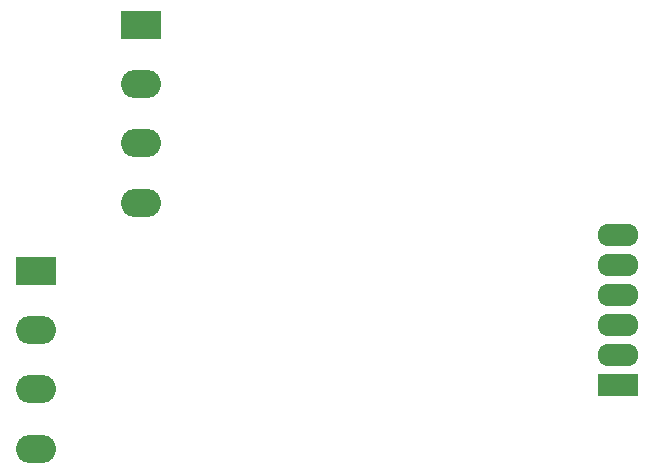
<source format=gbs>
G04 #@! TF.GenerationSoftware,KiCad,Pcbnew,5.0.0-fee4fd1~66~ubuntu18.04.1*
G04 #@! TF.CreationDate,2019-04-10T22:53:07-06:00*
G04 #@! TF.ProjectId,sprinkler_nodes,737072696E6B6C65725F6E6F6465732E,rev?*
G04 #@! TF.SameCoordinates,Original*
G04 #@! TF.FileFunction,Soldermask,Bot*
G04 #@! TF.FilePolarity,Negative*
%FSLAX46Y46*%
G04 Gerber Fmt 4.6, Leading zero omitted, Abs format (unit mm)*
G04 Created by KiCad (PCBNEW 5.0.0-fee4fd1~66~ubuntu18.04.1) date Wed Apr 10 22:53:07 2019*
%MOMM*%
%LPD*%
G01*
G04 APERTURE LIST*
%ADD10O,3.400000X2.400000*%
%ADD11R,3.400000X2.400000*%
%ADD12R,3.448000X1.924000*%
%ADD13O,3.448000X1.924000*%
G04 APERTURE END LIST*
D10*
G04 #@! TO.C,J1*
X58928000Y-70880000D03*
X58928000Y-65880000D03*
X58928000Y-60880000D03*
D11*
X58928000Y-55880000D03*
G04 #@! TD*
G04 #@! TO.C,J2*
X67818000Y-35052000D03*
D10*
X67818000Y-40052000D03*
X67818000Y-45052000D03*
X67818000Y-50052000D03*
G04 #@! TD*
D12*
G04 #@! TO.C,J3*
X108204000Y-65532000D03*
D13*
X108204000Y-62992000D03*
X108204000Y-60452000D03*
X108204000Y-57912000D03*
X108204000Y-55372000D03*
X108204000Y-52832000D03*
G04 #@! TD*
M02*

</source>
